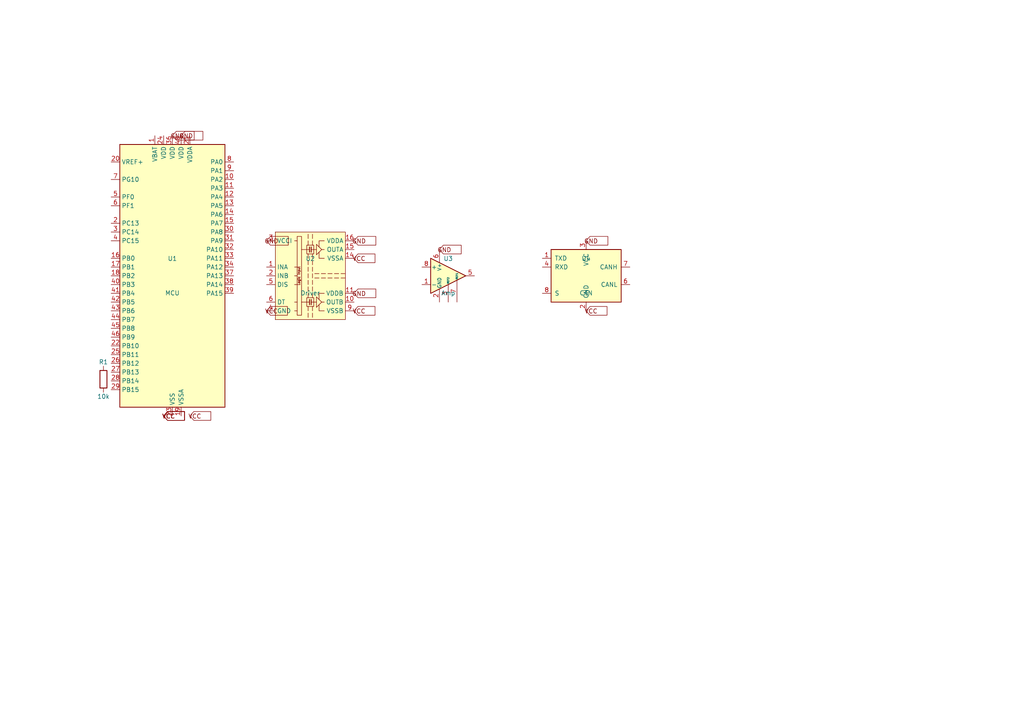
<source format=kicad_sch>
(kicad_sch (version 20231120) (generator "nexus_ee_design")
  (paper "A4")
  (lib_symbols
    (symbol "STM32G431CBTxZ"
      (property "Reference" "U" (at -15.24 39.37 0))
      (property "Value" "STM32G431CBTxZ" (at 7.62 39.37 0))
      (symbol "STM32G431CBTxZ_0_1"
        (rectangle (start -15.24 -38.1) (end 15.24 38.1) (stroke (width 0.254)) (fill (type background)))
      )
      (symbol "STM32G431CBTxZ_1_1"
        (pin input line (at -17.78 33.02 0) (length 2.54) (name "VREF+") (number "20"))
        (pin bidirectional line (at -17.78 27.94 0) (length 2.54) (name "PG10") (number "7"))
        (pin bidirectional line (at -17.78 22.86 0) (length 2.54) (name "PF0") (number "5"))
        (pin bidirectional line (at -17.78 20.32 0) (length 2.54) (name "PF1") (number "6"))
        (pin bidirectional line (at -17.78 15.24 0) (length 2.54) (name "PC13") (number "2"))
        (pin bidirectional line (at -17.78 12.7 0) (length 2.54) (name "PC14") (number "3"))
        (pin bidirectional line (at -17.78 10.16 0) (length 2.54) (name "PC15") (number "4"))
        (pin bidirectional line (at -17.78 5.08 0) (length 2.54) (name "PB0") (number "16"))
        (pin bidirectional line (at -17.78 2.54 0) (length 2.54) (name "PB1") (number "17"))
        (pin bidirectional line (at -17.78 0 0) (length 2.54) (name "PB2") (number "18"))
        (pin bidirectional line (at -17.78 -2.54 0) (length 2.54) (name "PB3") (number "40"))
        (pin bidirectional line (at -17.78 -5.08 0) (length 2.54) (name "PB4") (number "41"))
        (pin bidirectional line (at -17.78 -7.62 0) (length 2.54) (name "PB5") (number "42"))
        (pin bidirectional line (at -17.78 -10.16 0) (length 2.54) (name "PB6") (number "43"))
        (pin bidirectional line (at -17.78 -12.7 0) (length 2.54) (name "PB7") (number "44"))
        (pin bidirectional line (at -17.78 -15.24 0) (length 2.54) (name "PB8") (number "45"))
        (pin bidirectional line (at -17.78 -17.78 0) (length 2.54) (name "PB9") (number "46"))
        (pin bidirectional line (at -17.78 -20.32 0) (length 2.54) (name "PB10") (number "22"))
        (pin bidirectional line (at -17.78 -22.86 0) (length 2.54) (name "PB11") (number "25"))
        (pin bidirectional line (at -17.78 -25.4 0) (length 2.54) (name "PB12") (number "26"))
        (pin bidirectional line (at -17.78 -27.94 0) (length 2.54) (name "PB13") (number "27"))
        (pin bidirectional line (at -17.78 -30.48 0) (length 2.54) (name "PB14") (number "28"))
        (pin bidirectional line (at -17.78 -33.02 0) (length 2.54) (name "PB15") (number "29"))
        (pin power_in line (at -5.08 40.64 270) (length 2.54) (name "VBAT") (number "1"))
        (pin power_in line (at -2.54 40.64 270) (length 2.54) (name "VDD") (number "24"))
        (pin power_in line (at 0 40.64 270) (length 2.54) (name "VDD") (number "36"))
        (pin power_in line (at 0 -40.64 90) (length 2.54) (name "VSS") (number "23"))
        (pin passive line (at 0 -40.64 90) (length 2.54) (hide yes) (name "VSS") (number "35"))
        (pin passive line (at 0 -40.64 90) (length 2.54) (hide yes) (name "VSS") (number "47"))
        (pin power_in line (at 2.54 40.64 270) (length 2.54) (name "VDD") (number "48"))
        (pin power_in line (at 2.54 -40.64 90) (length 2.54) (name "VSSA") (number "19"))
        (pin power_in line (at 5.08 40.64 270) (length 2.54) (name "VDDA") (number "21"))
        (pin bidirectional line (at 17.78 33.02 180) (length 2.54) (name "PA0") (number "8"))
        (pin bidirectional line (at 17.78 30.48 180) (length 2.54) (name "PA1") (number "9"))
        (pin bidirectional line (at 17.78 27.94 180) (length 2.54) (name "PA2") (number "10"))
        (pin bidirectional line (at 17.78 25.4 180) (length 2.54) (name "PA3") (number "11"))
        (pin bidirectional line (at 17.78 22.86 180) (length 2.54) (name "PA4") (number "12"))
        (pin bidirectional line (at 17.78 20.32 180) (length 2.54) (name "PA5") (number "13"))
        (pin bidirectional line (at 17.78 17.78 180) (length 2.54) (name "PA6") (number "14"))
        (pin bidirectional line (at 17.78 15.24 180) (length 2.54) (name "PA7") (number "15"))
        (pin bidirectional line (at 17.78 12.7 180) (length 2.54) (name "PA8") (number "30"))
        (pin bidirectional line (at 17.78 10.16 180) (length 2.54) (name "PA9") (number "31"))
        (pin bidirectional line (at 17.78 7.62 180) (length 2.54) (name "PA10") (number "32"))
        (pin bidirectional line (at 17.78 5.08 180) (length 2.54) (name "PA11") (number "33"))
        (pin bidirectional line (at 17.78 2.54 180) (length 2.54) (name "PA12") (number "34"))
        (pin bidirectional line (at 17.78 0 180) (length 2.54) (name "PA13") (number "37"))
        (pin bidirectional line (at 17.78 -2.54 180) (length 2.54) (name "PA14") (number "38"))
        (pin bidirectional line (at 17.78 -5.08 180) (length 2.54) (name "PA15") (number "39"))
      )
    )
    (symbol "UCC21520DW"
      (property "Reference" "U" (at 0 16.51 0))
      (property "Value" "UCC21520DW" (at 0 13.97 0))
      (symbol "UCC21520DW_0_0"
        (polyline (pts (xy -0.635 12.065) (xy -0.635 10.795)))
        (polyline (pts (xy -0.635 10.16) (xy -0.635 8.89)))
        (polyline (pts (xy -0.635 6.35) (xy -0.635 5.08)))
        (polyline (pts (xy -0.254 8.382) (xy -0.254 6.858)) (stroke (width 0.254)))
        (polyline (pts (xy -0.254 7.62) (xy -2.54 7.62)))
        (polyline (pts (xy -0.254 -6.858) (xy -0.254 -8.382)) (stroke (width 0.254)))
        (polyline (pts (xy -0.254 -7.62) (xy -2.54 -7.62)))
        (polyline (pts (xy 0.254 8.382) (xy 0.254 6.858)) (stroke (width 0.254)))
        (polyline (pts (xy 0.254 7.62) (xy 1.778 7.62)))
        (polyline (pts (xy 0.254 -6.858) (xy 0.254 -8.382)) (stroke (width 0.254)))
        (polyline (pts (xy 0.254 -7.62) (xy 1.778 -7.62)))
        (polyline (pts (xy 0.635 10.795) (xy 0.635 12.065)))
        (polyline (pts (xy 0.635 8.89) (xy 0.635 10.16)))
        (polyline (pts (xy 0.635 6.35) (xy 0.635 5.08)))
        (rectangle (start 1.016 8.89) (end -1.016 6.35))
        (rectangle (start 1.016 -6.35) (end -1.016 -8.89))
        (polyline (pts (xy 2.54 0.635) (xy 1.27 0.635)))
        (polyline (pts (xy 2.54 -0.635) (xy 1.27 -0.635)))
        (polyline (pts (xy 3.302 7.62) (xy 1.778 6.096) (xy 1.778 9.144) (xy 3.302 7.62)))
        (polyline (pts (xy 3.302 -7.62) (xy 1.778 -9.144) (xy 1.778 -6.096) (xy 3.302 -7.62)))
        (polyline (pts (xy 4.064 10.16) (xy 2.54 10.16) (xy 2.54 8.382)))
        (polyline (pts (xy 4.064 7.62) (xy 3.302 7.62)))
        (polyline (pts (xy 4.064 5.08) (xy 2.54 5.08) (xy 2.54 6.858)))
        (polyline (pts (xy 4.064 -5.08) (xy 2.54 -5.08) (xy 2.54 -6.858)))
        (polyline (pts (xy 4.064 -7.62) (xy 3.302 -7.62)))
        (polyline (pts (xy 4.064 -10.16) (xy 2.54 -10.16) (xy 2.54 -8.382)))
        (polyline (pts (xy 4.445 0.635) (xy 3.175 0.635)))
        (polyline (pts (xy 4.445 -0.635) (xy 3.175 -0.635)))
        (polyline (pts (xy 6.35 0.635) (xy 5.08 0.635)))
        (polyline (pts (xy 6.35 -0.635) (xy 5.08 -0.635)))
        (polyline (pts (xy 8.255 0.635) (xy 6.985 0.635)))
        (polyline (pts (xy 8.255 -0.635) (xy 6.985 -0.635)))
        (polyline (pts (xy 10.16 0.635) (xy 8.89 0.635)))
        (polyline (pts (xy 10.16 -0.635) (xy 8.89 -0.635)))
        (text "Logic Input" (at -3.302 0 900) (effects (font (size 0.635 0.635))))
      )
      (symbol "UCC21520DW_0_1"
        (rectangle (start -3.81 11.43) (end -2.54 -11.43))
        (polyline (pts (xy -3.81 10.16) (xy -4.572 10.16)))
        (polyline (pts (xy -3.81 2.54) (xy -4.572 2.54)))
        (polyline (pts (xy -3.81 0) (xy -4.572 0)))
        (polyline (pts (xy -3.81 -2.54) (xy -4.572 -2.54)))
        (polyline (pts (xy -3.81 -7.62) (xy -4.572 -7.62)))
        (polyline (pts (xy -3.81 -10.16) (xy -4.572 -10.16)))
        (polyline (pts (xy -0.635 4.445) (xy -0.635 3.175)))
        (polyline (pts (xy -0.635 2.54) (xy -0.635 1.27)))
        (polyline (pts (xy -0.635 0.635) (xy -0.635 -0.635)))
        (polyline (pts (xy -0.635 -1.27) (xy -0.635 -2.54)))
        (polyline (pts (xy -0.635 -3.175) (xy -0.635 -4.445)))
        (polyline (pts (xy -0.635 -5.08) (xy -0.635 -6.35)))
        (polyline (pts (xy -0.635 -8.89) (xy -0.635 -10.16)))
        (polyline (pts (xy -0.635 -10.795) (xy -0.635 -12.065)))
        (polyline (pts (xy 0.635 4.445) (xy 0.635 3.175)))
        (polyline (pts (xy 0.635 2.54) (xy 0.635 1.27)))
        (polyline (pts (xy 0.635 0.635) (xy 0.635 -0.635)))
        (polyline (pts (xy 0.635 -1.27) (xy 0.635 -2.54)))
        (polyline (pts (xy 0.635 -3.175) (xy 0.635 -4.445)))
        (polyline (pts (xy 0.635 -5.08) (xy 0.635 -6.35)))
        (polyline (pts (xy 0.635 -8.89) (xy 0.635 -10.16)))
        (polyline (pts (xy 0.635 -10.795) (xy 0.635 -12.065)))
        (rectangle (start 10.16 12.7) (end -10.16 -12.7) (fill (type background)))
      )
      (symbol "UCC21520DW_1_1"
        (pin power_in line (at -12.7 10.16 0) (length 2.54) (name "VCCI") (number "3"))
        (pin passive line (at -12.7 10.16 0) (length 2.54) (hide yes) (name "VCCI") (number "8"))
        (pin input line (at -12.7 2.54 0) (length 2.54) (name "INA") (number "1"))
        (pin input line (at -12.7 0 0) (length 2.54) (name "INB") (number "2"))
        (pin input line (at -12.7 -2.54 0) (length 2.54) (name "DIS") (number "5"))
        (pin passive line (at -12.7 -7.62 0) (length 2.54) (name "DT") (number "6"))
        (pin power_in line (at -12.7 -10.16 0) (length 2.54) (name "GND") (number "4"))
        (pin no_connect line (at -10.16 -5.08 0) (length 2.54) (hide yes) (name "NC") (number "7"))
        (pin no_connect line (at 10.16 2.54 180) (length 2.54) (hide yes) (name "NC") (number "13"))
        (pin no_connect line (at 10.16 -2.54 180) (length 2.54) (hide yes) (name "NC") (number "12"))
        (pin power_in line (at 12.7 10.16 180) (length 2.54) (name "VDDA") (number "16"))
        (pin output line (at 12.7 7.62 180) (length 2.54) (name "OUTA") (number "15"))
        (pin power_in line (at 12.7 5.08 180) (length 2.54) (name "VSSA") (number "14"))
        (pin power_in line (at 12.7 -5.08 180) (length 2.54) (name "VDDB") (number "11"))
        (pin output line (at 12.7 -7.62 180) (length 2.54) (name "OUTB") (number "10"))
        (pin power_in line (at 12.7 -10.16 180) (length 2.54) (name "VSSB") (number "9"))
      )
    )
    (symbol "INA240A1D" (pin_names (offset 0.127))
      (property "Reference" "U" (at 3.81 3.81 0))
      (property "Value" "INA240A1D" (at 3.81 -2.54 0))
      (symbol "INA240A1D_0_1"
        (polyline (pts (xy 5.08 0) (xy -5.08 5.08) (xy -5.08 -5.08) (xy 5.08 0)) (stroke (width 0.254)) (fill (type background)))
      )
      (symbol "INA240A1D_1_1"
        (pin input line (at -7.62 2.54 0) (length 2.54) (name "+") (number "8"))
        (pin input line (at -7.62 -2.54 0) (length 2.54) (name "-") (number "1"))
        (pin power_in line (at -2.54 7.62 270) (length 3.81) (name "V+") (number "6"))
        (pin power_in line (at -2.54 -7.62 90) (length 3.81) (name "GND") (number "2"))
        (pin passive line (at -2.54 -7.62 90) (length 3.81) (hide yes) (name "GND") (number "4"))
        (pin passive line (at 0 -7.62 90) (length 5.08) (name "REF2") (number "3"))
        (pin passive line (at 2.54 -7.62 90) (length 6.35) (name "REF1") (number "7"))
        (pin output line (at 7.62 0 180) (length 2.54) (name "~") (number "5"))
      )
    )
    (symbol "TJA1051T" (pin_names (offset 1.016))
      (property "Reference" "U" (at -10.16 8.89 0))
      (property "Value" "TJA1051T" (at 1.27 8.89 0))
      (symbol "TJA1051T_0_1"
        (rectangle (start -10.16 7.62) (end 10.16 -7.62) (stroke (width 0.254)) (fill (type background)))
      )
      (symbol "TJA1051T_1_1"
        (pin input line (at -12.7 5.08 0) (length 2.54) (name "TXD") (number "1"))
        (pin output line (at -12.7 2.54 0) (length 2.54) (name "RXD") (number "4"))
        (pin input line (at -12.7 -5.08 0) (length 2.54) (name "S") (number "8"))
        (pin no_connect line (at -10.16 -2.54 0) (length 2.54) (hide yes) (name "NC") (number "5"))
        (pin power_in line (at 0 10.16 270) (length 2.54) (name "VCC") (number "3"))
        (pin power_in line (at 0 -10.16 90) (length 2.54) (name "GND") (number "2"))
        (pin bidirectional line (at 12.7 2.54 180) (length 2.54) (name "CANH") (number "7"))
        (pin bidirectional line (at 12.7 -2.54 180) (length 2.54) (name "CANL") (number "6"))
      )
    )
    (symbol "R" (pin_numbers (hide yes)) (pin_names (offset 0))
      (property "Reference" "R" (at 2.032 0 90))
      (property "Value" "R" (at 0 0 90))
      (symbol "R_0_1"
        (rectangle (start -1.016 -2.54) (end 1.016 2.54) (stroke (width 0.254)))
      )
      (symbol "R_1_1"
        (pin passive line (at 0 3.81 270) (length 1.27) (name "~") (number "1"))
        (pin passive line (at 0 -3.81 90) (length 1.27) (name "~") (number "2"))
      )
    )
  )
  (symbol (lib_id "STM32G431CBTxZ") (at 50.0 80.0 0) (unit 1)
    (property "Reference" "U1" (at 50.0 75.0 0))
    (property "Value" "MCU" (at 50.0 85.0 0))
  )
  (symbol (lib_id "UCC21520DW") (at 90.0 80.0 0) (unit 1)
    (property "Reference" "U2" (at 90.0 75.0 0))
    (property "Value" "Driver" (at 90.0 85.0 0))
  )
  (symbol (lib_id "INA240A1D") (at 130.0 80.0 0) (unit 1)
    (property "Reference" "U3" (at 130.0 75.0 0))
    (property "Value" "Amp" (at 130.0 85.0 0))
  )
  (symbol (lib_id "TJA1051T") (at 170.0 80.0 0) (unit 1)
    (property "Reference" "U4" (at 170.0 75.0 0))
    (property "Value" "CAN" (at 170.0 85.0 0))
  )
  (symbol (lib_id "R") (at 30.0 110.0 0) (unit 1)
    (property "Reference" "R1" (at 30.0 105.0 0))
    (property "Value" "10k" (at 30.0 115.0 0))
  )
  (global_label "VCC" (shape input) (at 47.46 120.64 0))
  (global_label "VCC" (shape input) (at 47.46 120.64 0))
  (global_label "GND" (shape input) (at 50.0 39.36 0))
  (global_label "VCC" (shape input) (at 47.46 120.64 0))
  (global_label "GND" (shape input) (at 52.54 39.36 0))
  (global_label "VCC" (shape input) (at 55.08 120.64 0))
  (global_label "VCC" (shape input) (at 77.3 90.16 0))
  (global_label "GND" (shape input) (at 77.3 69.84 0))
  (global_label "VCC" (shape input) (at 102.7 90.16 0))
  (global_label "GND" (shape input) (at 102.7 85.08 0))
  (global_label "VCC" (shape input) (at 102.7 74.92 0))
  (global_label "GND" (shape input) (at 102.7 69.84 0))
  (global_label "GND" (shape input) (at 127.46 72.38 0))
  (global_label "VCC" (shape input) (at 170.0 90.16 0))
  (global_label "GND" (shape input) (at 170.0 69.84 0))
)
</source>
